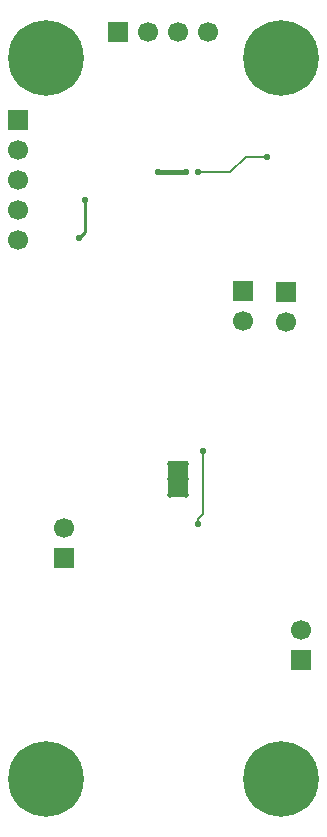
<source format=gbr>
%TF.GenerationSoftware,KiCad,Pcbnew,9.0.7+1*%
%TF.CreationDate,Date%
%TF.ProjectId,Cellule_de_force_V2,43656c6c-756c-4655-9f64-655f666f7263,+ (Unreleased)*%
%TF.SameCoordinates,Original*%
%TF.FileFunction,Copper,L2,Bot*%
%TF.FilePolarity,Positive*%
%FSLAX46Y46*%
G04 Gerber Fmt 4.6, Leading zero omitted, Abs format (unit mm)*
G04 Created by KiCad*
%MOMM*%
%LPD*%
G01*
G04 APERTURE LIST*
%TA.AperFunction,ComponentPad*%
%ADD10C,0.800000*%
%TD*%
%TA.AperFunction,ComponentPad*%
%ADD11C,6.400000*%
%TD*%
%TA.AperFunction,HeatsinkPad*%
%ADD12C,0.500000*%
%TD*%
%TA.AperFunction,HeatsinkPad*%
%ADD13R,1.800000X3.100000*%
%TD*%
%TA.AperFunction,ComponentPad*%
%ADD14R,1.700000X1.700000*%
%TD*%
%TA.AperFunction,ComponentPad*%
%ADD15C,1.700000*%
%TD*%
%TA.AperFunction,ViaPad*%
%ADD16C,0.550000*%
%TD*%
%TA.AperFunction,Conductor*%
%ADD17C,0.400000*%
%TD*%
%TA.AperFunction,Conductor*%
%ADD18C,0.200000*%
%TD*%
%TA.AperFunction,Conductor*%
%ADD19C,0.250000*%
%TD*%
G04 APERTURE END LIST*
D10*
%TO.P,H4,1,1*%
%TO.N,GND*%
X156100000Y-139900000D03*
X156802944Y-138202944D03*
X156802944Y-141597056D03*
X158500000Y-137500000D03*
D11*
X158500000Y-139900000D03*
D10*
X158500000Y-142300000D03*
X160197056Y-138202944D03*
X160197056Y-141597056D03*
X160900000Y-139900000D03*
%TD*%
D12*
%TO.P,U2,11,GND*%
%TO.N,GND*%
X149100000Y-113200000D03*
X149100000Y-114500000D03*
X149100000Y-115800000D03*
D13*
X149750000Y-114500000D03*
D12*
X150400000Y-113200000D03*
X150400000Y-114500000D03*
X150400000Y-115800000D03*
%TD*%
D14*
%TO.P,J2,1,Pin_1*%
%TO.N,+6V_OUT*%
X140100000Y-121175000D03*
D15*
%TO.P,J2,2,Pin_2*%
%TO.N,+6V_IN*%
X140100000Y-118635000D03*
%TD*%
D14*
%TO.P,J4,1,Pin_1*%
%TO.N,IN-SENSE+*%
X158900000Y-98625000D03*
D15*
%TO.P,J4,2,Pin_2*%
%TO.N,+5VA_OUT*%
X158900000Y-101165000D03*
%TD*%
D14*
%TO.P,J3,1,Pin_1*%
%TO.N,+3.3V_IN*%
X155300000Y-98600000D03*
D15*
%TO.P,J3,2,Pin_2*%
X155300000Y-101140000D03*
%TD*%
D14*
%TO.P,J1,1,Pin_1*%
%TO.N,+3.3V_IN*%
X160200000Y-129840000D03*
D15*
%TO.P,J1,2,Pin_2*%
%TO.N,GND*%
X160200000Y-127300000D03*
%TD*%
D10*
%TO.P,H3,1,1*%
%TO.N,GND*%
X136200000Y-139900000D03*
X136902944Y-138202944D03*
X136902944Y-141597056D03*
X138600000Y-137500000D03*
D11*
X138600000Y-139900000D03*
D10*
X138600000Y-142300000D03*
X140297056Y-138202944D03*
X140297056Y-141597056D03*
X141000000Y-139900000D03*
%TD*%
D14*
%TO.P,J5,1,Pin_1*%
%TO.N,IN-SENSE-*%
X144720000Y-76600000D03*
D15*
%TO.P,J5,2,Pin_2*%
%TO.N,IN-SENSE+*%
X147260000Y-76600000D03*
%TO.P,J5,3,Pin_3*%
%TO.N,IN-OUT-*%
X149800000Y-76600000D03*
%TO.P,J5,4,Pin_4*%
%TO.N,IN-OUT+*%
X152340000Y-76600000D03*
%TD*%
D14*
%TO.P,J6,1,Pin_1*%
%TO.N,SYNC*%
X136200000Y-84040000D03*
D15*
%TO.P,J6,2,Pin_2*%
%TO.N,DOUT*%
X136200000Y-86580000D03*
%TO.P,J6,3,Pin_3*%
%TO.N,DIN*%
X136200000Y-89120000D03*
%TO.P,J6,4,Pin_4*%
%TO.N,SCLK*%
X136200000Y-91660000D03*
%TO.P,J6,5,Pin_5*%
%TO.N,CS*%
X136200000Y-94200000D03*
%TD*%
D10*
%TO.P,H1,1,1*%
%TO.N,GND*%
X156100000Y-78800000D03*
X156802944Y-77102944D03*
X156802944Y-80497056D03*
X158500000Y-76400000D03*
D11*
X158500000Y-78800000D03*
D10*
X158500000Y-81200000D03*
X160197056Y-77102944D03*
X160197056Y-80497056D03*
X160900000Y-78800000D03*
%TD*%
%TO.P,H2,1,1*%
%TO.N,GND*%
X136200000Y-78800000D03*
X136902944Y-77102944D03*
X136902944Y-80497056D03*
X138600000Y-76400000D03*
D11*
X138600000Y-78800000D03*
D10*
X138600000Y-81200000D03*
X140297056Y-77102944D03*
X140297056Y-80497056D03*
X141000000Y-78800000D03*
%TD*%
D16*
%TO.N,IN-SENSE+*%
X148100000Y-88500000D03*
X150400000Y-88500000D03*
%TO.N,OUT-*%
X151425000Y-88500000D03*
X157300000Y-87200000D03*
%TO.N,+5VA_OUT*%
X151450000Y-118250000D03*
X151900000Y-112100000D03*
%TO.N,Net-(U1-~{CS})*%
X141925000Y-90825000D03*
X141400000Y-94100000D03*
%TD*%
D17*
%TO.N,IN-SENSE+*%
X150400000Y-88500000D02*
X148100000Y-88500000D01*
D18*
%TO.N,OUT-*%
X155500000Y-87200000D02*
X157300000Y-87200000D01*
X154200000Y-88500000D02*
X155500000Y-87200000D01*
X151425000Y-88500000D02*
X154200000Y-88500000D01*
%TO.N,+5VA_OUT*%
X151450000Y-118250000D02*
X151450000Y-117900000D01*
X151900000Y-117450000D02*
X151900000Y-112100000D01*
X151450000Y-117900000D02*
X151900000Y-117450000D01*
D19*
%TO.N,Net-(U1-~{CS})*%
X141925000Y-93575000D02*
X141400000Y-94100000D01*
X141925000Y-90825000D02*
X141925000Y-93575000D01*
%TD*%
M02*

</source>
